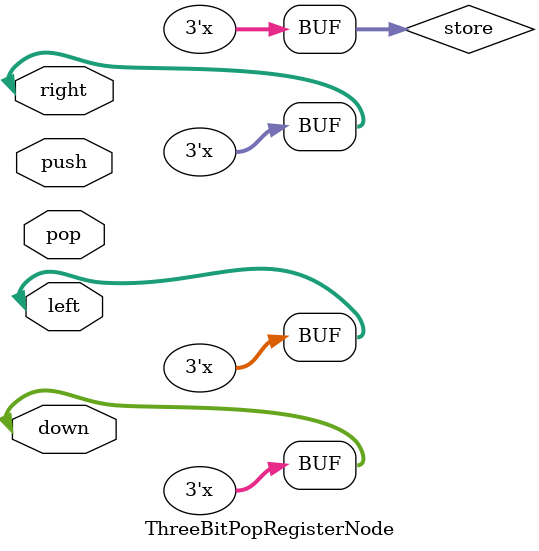
<source format=v>
module ThreeBitPopRegisterNode(left,right, down, push, pop);

input pop;
input push;
inout reg[2:0]left;
inout reg[2:0]right;
inout reg[2:0]down;//for moving all data to parralel ThreeBitpopRegisterNode
reg [2:0]store;


initial begin
	store<=3'b0;
end

always@(*)

begin
	case({pop,push})
		2'd0: store<=store;
		2'b01: 
			begin
				right<=store;
				store<=left;
			end
		2'b10:
			begin
				left<=store;
				store<=right;
			end
		2'b11:
			begin
				down<=store;
				store<=down;
			end
		default: store<=store;
	endcase
end

endmodule
</source>
